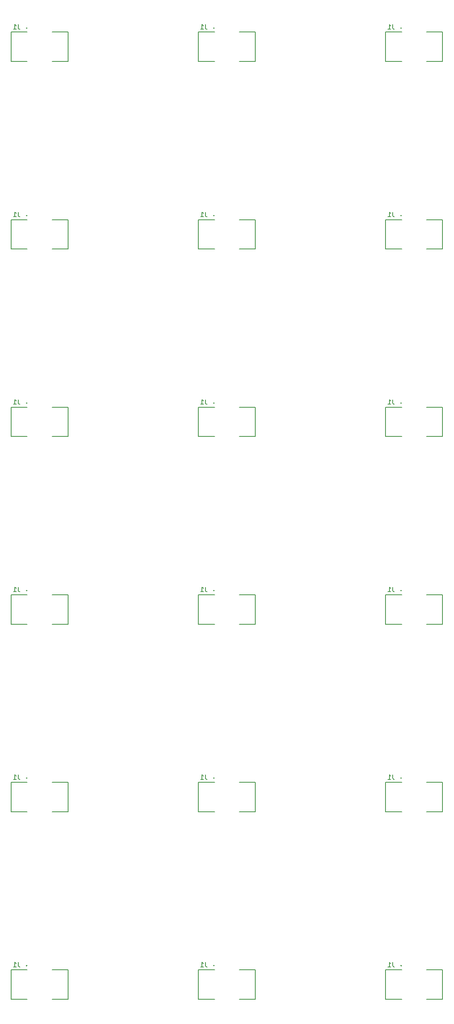
<source format=gbr>
G04 -- output software:jlccam v1.3.0 *
G04 -- dbname:*
G04 -- stepname:set*
G04 -- layer:bo*
*
G04 -- format*
%FSLAX26Y26*%
%MOIN*%
*
G04 -- apertures*
%ADD10C,0.005904*%
%ADD11C,0.007874*%
%ADD12C,0.197096*%
%ADD13R,0.035669X0.090787*%
%ADD14C,0.061190*%
%ADD15C,0.127166*%
%ADD16C,0.054332*%
%ADD17C,0.014958*%
%ADD18C,0.044096*%
%ADD19C,0.018898*%
%ADD20C,0.031496*%
%ADD21C,0.108268*%
%ADD22C,0.033464*%
%ADD23C,0.049292*%
*
G75*
G90*
*
G54D10*
%LPD*%
G01*
D10*
X989479Y1525093D02*
Y1496972D01*
X991354Y1491347D01*
X995103Y1487598D01*
X1000728Y1485723D01*
X1004477D01*
X950109D02*
X972606D01*
X961358D02*
Y1525093D01*
X965107Y1519469D01*
X968857Y1515719D01*
X972606Y1513845D01*
D11*
X931080Y1461614D02*
Y1215551D01*
Y1461614D02*
X1064938D01*
X931080Y1215551D02*
X1064938D01*
X1273600Y1461614D02*
X1407458D01*
X1273600Y1215551D02*
X1407458D01*
Y1461614D01*
X1063757Y1495275D02*
G03Y1495275I-3936D01*
G01*
D10*
X989479Y3092022D02*
Y3063901D01*
X991354Y3058276D01*
X995103Y3054527D01*
X1000728Y3052652D01*
X1004477D01*
X950109D02*
X972606D01*
X961358D02*
Y3092022D01*
X965107Y3086398D01*
X968857Y3082648D01*
X972606Y3080774D01*
D11*
X931080Y3028543D02*
Y2782480D01*
Y3028543D02*
X1064938D01*
X931080Y2782480D02*
X1064938D01*
X1273600Y3028543D02*
X1407458D01*
X1273600Y2782480D02*
X1407458D01*
Y3028543D01*
X1063757Y3062204D02*
G03Y3062204I-3936D01*
G01*
D10*
X989479Y4658951D02*
Y4630830D01*
X991354Y4625205D01*
X995103Y4621456D01*
X1000728Y4619581D01*
X1004477D01*
X950109D02*
X972606D01*
X961358D02*
Y4658951D01*
X965107Y4653327D01*
X968857Y4649577D01*
X972606Y4647703D01*
D11*
X931080Y4595472D02*
Y4349409D01*
Y4595472D02*
X1064938D01*
X931080Y4349409D02*
X1064938D01*
X1273600Y4595472D02*
X1407458D01*
X1273600Y4349409D02*
X1407458D01*
Y4595472D01*
X1063757Y4629133D02*
G03Y4629133I-3936D01*
G01*
D10*
X989479Y6225880D02*
Y6197759D01*
X991354Y6192134D01*
X995103Y6188385D01*
X1000728Y6186510D01*
X1004477D01*
X950109D02*
X972606D01*
X961358D02*
Y6225880D01*
X965107Y6220256D01*
X968857Y6216506D01*
X972606Y6214632D01*
D11*
X931080Y6162401D02*
Y5916338D01*
Y6162401D02*
X1064938D01*
X931080Y5916338D02*
X1064938D01*
X1273600Y6162401D02*
X1407458D01*
X1273600Y5916338D02*
X1407458D01*
Y6162401D01*
X1063757Y6196062D02*
G03Y6196062I-3936D01*
G01*
D10*
X989479Y7792809D02*
Y7764688D01*
X991354Y7759063D01*
X995103Y7755314D01*
X1000728Y7753439D01*
X1004477D01*
X950109D02*
X972606D01*
X961358D02*
Y7792809D01*
X965107Y7787185D01*
X968857Y7783435D01*
X972606Y7781561D01*
D11*
X931080Y7729330D02*
Y7483267D01*
Y7729330D02*
X1064938D01*
X931080Y7483267D02*
X1064938D01*
X1273600Y7729330D02*
X1407458D01*
X1273600Y7483267D02*
X1407458D01*
Y7729330D01*
X1063757Y7762991D02*
G03Y7762991I-3936D01*
G01*
D10*
X989479Y9359738D02*
Y9331617D01*
X991354Y9325992D01*
X995103Y9322243D01*
X1000728Y9320368D01*
X1004477D01*
X950109D02*
X972606D01*
X961358D02*
Y9359738D01*
X965107Y9354114D01*
X968857Y9350364D01*
X972606Y9348490D01*
D11*
X931080Y9296259D02*
Y9050196D01*
Y9296259D02*
X1064938D01*
X931080Y9050196D02*
X1064938D01*
X1273600Y9296259D02*
X1407458D01*
X1273600Y9050196D02*
X1407458D01*
Y9296259D01*
X1063757Y9329920D02*
G03Y9329920I-3936D01*
G01*
D10*
X2556386Y1525093D02*
Y1496972D01*
X2558261Y1491347D01*
X2562010Y1487598D01*
X2567635Y1485723D01*
X2571384D01*
X2517016D02*
X2539513D01*
X2528265D02*
Y1525093D01*
X2532014Y1519469D01*
X2535764Y1515719D01*
X2539513Y1513845D01*
D11*
X2497987Y1461614D02*
Y1215551D01*
Y1461614D02*
X2631845D01*
X2497987Y1215551D02*
X2631845D01*
X2840507Y1461614D02*
X2974365D01*
X2840507Y1215551D02*
X2974365D01*
Y1461614D01*
X2630664Y1495275D02*
G03Y1495275I-3936D01*
G01*
D10*
X2556386Y3092022D02*
Y3063901D01*
X2558261Y3058276D01*
X2562010Y3054527D01*
X2567635Y3052652D01*
X2571384D01*
X2517016D02*
X2539513D01*
X2528265D02*
Y3092022D01*
X2532014Y3086398D01*
X2535764Y3082648D01*
X2539513Y3080774D01*
D11*
X2497987Y3028543D02*
Y2782480D01*
Y3028543D02*
X2631845D01*
X2497987Y2782480D02*
X2631845D01*
X2840507Y3028543D02*
X2974365D01*
X2840507Y2782480D02*
X2974365D01*
Y3028543D01*
X2630664Y3062204D02*
G03Y3062204I-3936D01*
G01*
D10*
X2556386Y4658951D02*
Y4630830D01*
X2558261Y4625205D01*
X2562010Y4621456D01*
X2567635Y4619581D01*
X2571384D01*
X2517016D02*
X2539513D01*
X2528265D02*
Y4658951D01*
X2532014Y4653327D01*
X2535764Y4649577D01*
X2539513Y4647703D01*
D11*
X2497987Y4595472D02*
Y4349409D01*
Y4595472D02*
X2631845D01*
X2497987Y4349409D02*
X2631845D01*
X2840507Y4595472D02*
X2974365D01*
X2840507Y4349409D02*
X2974365D01*
Y4595472D01*
X2630664Y4629133D02*
G03Y4629133I-3936D01*
G01*
D10*
X2556386Y6225880D02*
Y6197759D01*
X2558261Y6192134D01*
X2562010Y6188385D01*
X2567635Y6186510D01*
X2571384D01*
X2517016D02*
X2539513D01*
X2528265D02*
Y6225880D01*
X2532014Y6220256D01*
X2535764Y6216506D01*
X2539513Y6214632D01*
D11*
X2497987Y6162401D02*
Y5916338D01*
Y6162401D02*
X2631845D01*
X2497987Y5916338D02*
X2631845D01*
X2840507Y6162401D02*
X2974365D01*
X2840507Y5916338D02*
X2974365D01*
Y6162401D01*
X2630664Y6196062D02*
G03Y6196062I-3936D01*
G01*
D10*
X2556386Y7792809D02*
Y7764688D01*
X2558261Y7759063D01*
X2562010Y7755314D01*
X2567635Y7753439D01*
X2571384D01*
X2517016D02*
X2539513D01*
X2528265D02*
Y7792809D01*
X2532014Y7787185D01*
X2535764Y7783435D01*
X2539513Y7781561D01*
D11*
X2497987Y7729330D02*
Y7483267D01*
Y7729330D02*
X2631845D01*
X2497987Y7483267D02*
X2631845D01*
X2840507Y7729330D02*
X2974365D01*
X2840507Y7483267D02*
X2974365D01*
Y7729330D01*
X2630664Y7762991D02*
G03Y7762991I-3936D01*
G01*
D10*
X2556386Y9359738D02*
Y9331617D01*
X2558261Y9325992D01*
X2562010Y9322243D01*
X2567635Y9320368D01*
X2571384D01*
X2517016D02*
X2539513D01*
X2528265D02*
Y9359738D01*
X2532014Y9354114D01*
X2535764Y9350364D01*
X2539513Y9348490D01*
D11*
X2497987Y9296259D02*
Y9050196D01*
Y9296259D02*
X2631845D01*
X2497987Y9050196D02*
X2631845D01*
X2840507Y9296259D02*
X2974365D01*
X2840507Y9050196D02*
X2974365D01*
Y9296259D01*
X2630664Y9329920D02*
G03Y9329920I-3936D01*
G01*
D10*
X4123293Y1525093D02*
Y1496972D01*
X4125168Y1491347D01*
X4128917Y1487598D01*
X4134542Y1485723D01*
X4138291D01*
X4083923D02*
X4106420D01*
X4095172D02*
Y1525093D01*
X4098921Y1519469D01*
X4102671Y1515719D01*
X4106420Y1513845D01*
D11*
X4064894Y1461614D02*
Y1215551D01*
Y1461614D02*
X4198752D01*
X4064894Y1215551D02*
X4198752D01*
X4407414Y1461614D02*
X4541272D01*
X4407414Y1215551D02*
X4541272D01*
Y1461614D01*
X4197571Y1495275D02*
G03Y1495275I-3936D01*
G01*
D10*
X4123293Y3092022D02*
Y3063901D01*
X4125168Y3058276D01*
X4128917Y3054527D01*
X4134542Y3052652D01*
X4138291D01*
X4083923D02*
X4106420D01*
X4095172D02*
Y3092022D01*
X4098921Y3086398D01*
X4102671Y3082648D01*
X4106420Y3080774D01*
D11*
X4064894Y3028543D02*
Y2782480D01*
Y3028543D02*
X4198752D01*
X4064894Y2782480D02*
X4198752D01*
X4407414Y3028543D02*
X4541272D01*
X4407414Y2782480D02*
X4541272D01*
Y3028543D01*
X4197571Y3062204D02*
G03Y3062204I-3936D01*
G01*
D10*
X4123293Y4658951D02*
Y4630830D01*
X4125168Y4625205D01*
X4128917Y4621456D01*
X4134542Y4619581D01*
X4138291D01*
X4083923D02*
X4106420D01*
X4095172D02*
Y4658951D01*
X4098921Y4653327D01*
X4102671Y4649577D01*
X4106420Y4647703D01*
D11*
X4064894Y4595472D02*
Y4349409D01*
Y4595472D02*
X4198752D01*
X4064894Y4349409D02*
X4198752D01*
X4407414Y4595472D02*
X4541272D01*
X4407414Y4349409D02*
X4541272D01*
Y4595472D01*
X4197571Y4629133D02*
G03Y4629133I-3936D01*
G01*
D10*
X4123293Y6225880D02*
Y6197759D01*
X4125168Y6192134D01*
X4128917Y6188385D01*
X4134542Y6186510D01*
X4138291D01*
X4083923D02*
X4106420D01*
X4095172D02*
Y6225880D01*
X4098921Y6220256D01*
X4102671Y6216506D01*
X4106420Y6214632D01*
D11*
X4064894Y6162401D02*
Y5916338D01*
Y6162401D02*
X4198752D01*
X4064894Y5916338D02*
X4198752D01*
X4407414Y6162401D02*
X4541272D01*
X4407414Y5916338D02*
X4541272D01*
Y6162401D01*
X4197571Y6196062D02*
G03Y6196062I-3936D01*
G01*
D10*
X4123293Y7792809D02*
Y7764688D01*
X4125168Y7759063D01*
X4128917Y7755314D01*
X4134542Y7753439D01*
X4138291D01*
X4083923D02*
X4106420D01*
X4095172D02*
Y7792809D01*
X4098921Y7787185D01*
X4102671Y7783435D01*
X4106420Y7781561D01*
D11*
X4064894Y7729330D02*
Y7483267D01*
Y7729330D02*
X4198752D01*
X4064894Y7483267D02*
X4198752D01*
X4407414Y7729330D02*
X4541272D01*
X4407414Y7483267D02*
X4541272D01*
Y7729330D01*
X4197571Y7762991D02*
G03Y7762991I-3936D01*
G01*
D10*
X4123293Y9359738D02*
Y9331617D01*
X4125168Y9325992D01*
X4128917Y9322243D01*
X4134542Y9320368D01*
X4138291D01*
X4083923D02*
X4106420D01*
X4095172D02*
Y9359738D01*
X4098921Y9354114D01*
X4102671Y9350364D01*
X4106420Y9348490D01*
D11*
X4064894Y9296259D02*
Y9050196D01*
Y9296259D02*
X4198752D01*
X4064894Y9050196D02*
X4198752D01*
X4407414Y9296259D02*
X4541272D01*
X4407414Y9050196D02*
X4541272D01*
Y9296259D01*
X4197571Y9329920D02*
G03Y9329920I-3936D01*
%LPC*%
D12*
X601186Y257874D03*
D13*
X1090527Y1199801D03*
X1129897Y1477360D03*
Y1199801D03*
X1169267Y1477360D03*
Y1199801D03*
X1208637Y1477360D03*
Y1199801D03*
X1248007Y1477360D03*
Y1199801D03*
D14*
X1041316Y1318897D03*
X1297222D03*
D15*
X472419Y78740D03*
X1811001Y1456692D03*
X472419D03*
D16*
X982279Y1423200D03*
X1356279D03*
D17*
X1554938Y462598D02*
G03Y462598I-374014D01*
X472419Y1566929D02*
G03X393679Y1488188J-78740D01*
X1881867Y0D02*
G03X1960608Y78740J78740D01*
X393679D02*
G03X472419Y0I78740D01*
D18*
X1356277Y1423228D03*
D17*
X1960608Y1488188D02*
G03X1881867Y1566929I-78740D01*
D13*
X1090527Y1477360D03*
D18*
X982261Y1423228D03*
G01*
D17*
X393679Y1488188D02*
Y78740D01*
D12*
X1761001Y257874D03*
D19*
X507079Y487800D03*
X771679Y1183100D03*
D17*
X1881867Y1566929D02*
X472419D01*
X1960608Y78740D02*
Y1488188D01*
D19*
X696779Y602400D03*
X944879Y1183100D03*
X984279Y921300D03*
X858279Y1180600D03*
X1362179Y1187500D03*
X1456679Y1185000D03*
X1551179D03*
X1842279Y497800D03*
D17*
X472419Y0D02*
X1881867D01*
D20*
X1041279Y1318900D03*
X1297179D03*
D21*
X601179Y257900D03*
X1760979D03*
D22*
X982279Y1423200D03*
X1356279D03*
D12*
X601186Y1824803D03*
D13*
X1090527Y2766730D03*
X1129897Y3044289D03*
Y2766730D03*
X1169267Y3044289D03*
Y2766730D03*
X1208637Y3044289D03*
Y2766730D03*
X1248007Y3044289D03*
Y2766730D03*
D14*
X1041316Y2885826D03*
X1297222D03*
D15*
X472419Y1645669D03*
X1811001Y3023621D03*
X472419D03*
D16*
X982279Y2990129D03*
X1356279D03*
D17*
X1554938Y2029527D02*
G03Y2029527I-374014D01*
X472419Y3133858D02*
G03X393679Y3055117J-78740D01*
X1881867Y1566929D02*
G03X1960608Y1645669J78740D01*
X393679D02*
G03X472419Y1566929I78740D01*
D18*
X1356277Y2990157D03*
D17*
X1960608Y3055117D02*
G03X1881867Y3133858I-78740D01*
D13*
X1090527Y3044289D03*
D18*
X982261Y2990157D03*
G01*
D17*
X393679Y3055117D02*
Y1645669D01*
D12*
X1761001Y1824803D03*
D19*
X507079Y2054729D03*
X771679Y2750029D03*
D17*
X1881867Y3133858D02*
X472419D01*
X1960608Y1645669D02*
Y3055117D01*
D19*
X696779Y2169329D03*
X944879Y2750029D03*
X984279Y2488229D03*
X858279Y2747529D03*
X1362179Y2754429D03*
X1456679Y2751929D03*
X1551179D03*
X1842279Y2064729D03*
D17*
X472419Y1566929D02*
X1881867D01*
D20*
X1041279Y2885829D03*
X1297179D03*
D21*
X601179Y1824829D03*
X1760979D03*
D22*
X982279Y2990129D03*
X1356279D03*
D12*
X601186Y3391732D03*
D13*
X1090527Y4333659D03*
X1129897Y4611218D03*
Y4333659D03*
X1169267Y4611218D03*
Y4333659D03*
X1208637Y4611218D03*
Y4333659D03*
X1248007Y4611218D03*
Y4333659D03*
D14*
X1041316Y4452755D03*
X1297222D03*
D15*
X472419Y3212598D03*
X1811001Y4590550D03*
X472419D03*
D16*
X982279Y4557058D03*
X1356279D03*
D17*
X1554938Y3596456D02*
G03Y3596456I-374014D01*
X472419Y4700787D02*
G03X393679Y4622046J-78740D01*
X1881867Y3133858D02*
G03X1960608Y3212598J78740D01*
X393679D02*
G03X472419Y3133858I78740D01*
D18*
X1356277Y4557086D03*
D17*
X1960608Y4622046D02*
G03X1881867Y4700787I-78740D01*
D13*
X1090527Y4611218D03*
D18*
X982261Y4557086D03*
G01*
D17*
X393679Y4622046D02*
Y3212598D01*
D12*
X1761001Y3391732D03*
D19*
X507079Y3621658D03*
X771679Y4316958D03*
D17*
X1881867Y4700787D02*
X472419D01*
X1960608Y3212598D02*
Y4622046D01*
D19*
X696779Y3736258D03*
X944879Y4316958D03*
X984279Y4055158D03*
X858279Y4314458D03*
X1362179Y4321358D03*
X1456679Y4318858D03*
X1551179D03*
X1842279Y3631658D03*
D17*
X472419Y3133858D02*
X1881867D01*
D20*
X1041279Y4452758D03*
X1297179D03*
D21*
X601179Y3391758D03*
X1760979D03*
D22*
X982279Y4557058D03*
X1356279D03*
D12*
X601186Y4958661D03*
D13*
X1090527Y5900588D03*
X1129897Y6178147D03*
Y5900588D03*
X1169267Y6178147D03*
Y5900588D03*
X1208637Y6178147D03*
Y5900588D03*
X1248007Y6178147D03*
Y5900588D03*
D14*
X1041316Y6019684D03*
X1297222D03*
D15*
X472419Y4779527D03*
X1811001Y6157479D03*
X472419D03*
D16*
X982279Y6123987D03*
X1356279D03*
D17*
X1554938Y5163385D02*
G03Y5163385I-374014D01*
X472419Y6267716D02*
G03X393679Y6188975J-78740D01*
X1881867Y4700787D02*
G03X1960608Y4779527J78740D01*
X393679D02*
G03X472419Y4700787I78740D01*
D18*
X1356277Y6124015D03*
D17*
X1960608Y6188975D02*
G03X1881867Y6267716I-78740D01*
D13*
X1090527Y6178147D03*
D18*
X982261Y6124015D03*
G01*
D17*
X393679Y6188975D02*
Y4779527D01*
D12*
X1761001Y4958661D03*
D19*
X507079Y5188587D03*
X771679Y5883887D03*
D17*
X1881867Y6267716D02*
X472419D01*
X1960608Y4779527D02*
Y6188975D01*
D19*
X696779Y5303187D03*
X944879Y5883887D03*
X984279Y5622087D03*
X858279Y5881387D03*
X1362179Y5888287D03*
X1456679Y5885787D03*
X1551179D03*
X1842279Y5198587D03*
D17*
X472419Y4700787D02*
X1881867D01*
D20*
X1041279Y6019687D03*
X1297179D03*
D21*
X601179Y4958687D03*
X1760979D03*
D22*
X982279Y6123987D03*
X1356279D03*
D12*
X601186Y6525590D03*
D13*
X1090527Y7467517D03*
X1129897Y7745076D03*
Y7467517D03*
X1169267Y7745076D03*
Y7467517D03*
X1208637Y7745076D03*
Y7467517D03*
X1248007Y7745076D03*
Y7467517D03*
D14*
X1041316Y7586613D03*
X1297222D03*
D15*
X472419Y6346456D03*
X1811001Y7724408D03*
X472419D03*
D16*
X982279Y7690916D03*
X1356279D03*
D17*
X1554938Y6730314D02*
G03Y6730314I-374014D01*
X472419Y7834645D02*
G03X393679Y7755904J-78740D01*
X1881867Y6267716D02*
G03X1960608Y6346456J78740D01*
X393679D02*
G03X472419Y6267716I78740D01*
D18*
X1356277Y7690944D03*
D17*
X1960608Y7755904D02*
G03X1881867Y7834645I-78740D01*
D13*
X1090527Y7745076D03*
D18*
X982261Y7690944D03*
G01*
D17*
X393679Y7755904D02*
Y6346456D01*
D12*
X1761001Y6525590D03*
D19*
X507079Y6755516D03*
X771679Y7450816D03*
D17*
X1881867Y7834645D02*
X472419D01*
X1960608Y6346456D02*
Y7755904D01*
D19*
X696779Y6870116D03*
X944879Y7450816D03*
X984279Y7189016D03*
X858279Y7448316D03*
X1362179Y7455216D03*
X1456679Y7452716D03*
X1551179D03*
X1842279Y6765516D03*
D17*
X472419Y6267716D02*
X1881867D01*
D20*
X1041279Y7586616D03*
X1297179D03*
D21*
X601179Y6525616D03*
X1760979D03*
D22*
X982279Y7690916D03*
X1356279D03*
D12*
X601186Y8092519D03*
D13*
X1090527Y9034446D03*
X1129897Y9312005D03*
Y9034446D03*
X1169267Y9312005D03*
Y9034446D03*
X1208637Y9312005D03*
Y9034446D03*
X1248007Y9312005D03*
Y9034446D03*
D14*
X1041316Y9153542D03*
X1297222D03*
D15*
X472419Y7913385D03*
X1811001Y9291337D03*
X472419D03*
D16*
X982279Y9257845D03*
X1356279D03*
D17*
X1554938Y8297243D02*
G03Y8297243I-374014D01*
X472419Y9401574D02*
G03X393679Y9322833J-78740D01*
X1881867Y7834645D02*
G03X1960608Y7913385J78740D01*
X393679D02*
G03X472419Y7834645I78740D01*
D18*
X1356277Y9257873D03*
D17*
X1960608Y9322833D02*
G03X1881867Y9401574I-78740D01*
D13*
X1090527Y9312005D03*
D18*
X982261Y9257873D03*
G01*
D17*
X393679Y9322833D02*
Y7913385D01*
D12*
X1761001Y8092519D03*
D19*
X507079Y8322445D03*
X771679Y9017745D03*
D17*
X1881867Y9401574D02*
X472419D01*
X1960608Y7913385D02*
Y9322833D01*
D19*
X696779Y8437045D03*
X944879Y9017745D03*
X984279Y8755945D03*
X858279Y9015245D03*
X1362179Y9022145D03*
X1456679Y9019645D03*
X1551179D03*
X1842279Y8332445D03*
D17*
X472419Y7834645D02*
X1881867D01*
D20*
X1041279Y9153545D03*
X1297179D03*
D21*
X601179Y8092545D03*
X1760979D03*
D22*
X982279Y9257845D03*
X1356279D03*
D12*
X2168093Y257874D03*
D13*
X2657434Y1199801D03*
X2696804Y1477360D03*
Y1199801D03*
X2736174Y1477360D03*
Y1199801D03*
X2775544Y1477360D03*
Y1199801D03*
X2814914Y1477360D03*
Y1199801D03*
D14*
X2608223Y1318897D03*
X2864129D03*
D15*
X2039326Y78740D03*
X3377908Y1456692D03*
X2039326D03*
D16*
X2549186Y1423200D03*
X2923186D03*
D17*
X3121845Y462598D02*
G03Y462598I-374014D01*
X2039326Y1566929D02*
G03X1960586Y1488188J-78740D01*
X3448774Y0D02*
G03X3527515Y78740J78740D01*
X1960586D02*
G03X2039326Y0I78740D01*
D18*
X2923184Y1423228D03*
D17*
X3527515Y1488188D02*
G03X3448774Y1566929I-78740D01*
D13*
X2657434Y1477360D03*
D18*
X2549168Y1423228D03*
G01*
D17*
X1960586Y1488188D02*
Y78740D01*
D12*
X3327908Y257874D03*
D19*
X2073986Y487800D03*
X2338586Y1183100D03*
D17*
X3448774Y1566929D02*
X2039326D01*
X3527515Y78740D02*
Y1488188D01*
D19*
X2263686Y602400D03*
X2511786Y1183100D03*
X2551186Y921300D03*
X2425186Y1180600D03*
X2929086Y1187500D03*
X3023586Y1185000D03*
X3118086D03*
X3409186Y497800D03*
D17*
X2039326Y0D02*
X3448774D01*
D20*
X2608186Y1318900D03*
X2864086D03*
D21*
X2168086Y257900D03*
X3327886D03*
D22*
X2549186Y1423200D03*
X2923186D03*
D12*
X2168093Y1824803D03*
D13*
X2657434Y2766730D03*
X2696804Y3044289D03*
Y2766730D03*
X2736174Y3044289D03*
Y2766730D03*
X2775544Y3044289D03*
Y2766730D03*
X2814914Y3044289D03*
Y2766730D03*
D14*
X2608223Y2885826D03*
X2864129D03*
D15*
X2039326Y1645669D03*
X3377908Y3023621D03*
X2039326D03*
D16*
X2549186Y2990129D03*
X2923186D03*
D17*
X3121845Y2029527D02*
G03Y2029527I-374014D01*
X2039326Y3133858D02*
G03X1960586Y3055117J-78740D01*
X3448774Y1566929D02*
G03X3527515Y1645669J78740D01*
X1960586D02*
G03X2039326Y1566929I78740D01*
D18*
X2923184Y2990157D03*
D17*
X3527515Y3055117D02*
G03X3448774Y3133858I-78740D01*
D13*
X2657434Y3044289D03*
D18*
X2549168Y2990157D03*
G01*
D17*
X1960586Y3055117D02*
Y1645669D01*
D12*
X3327908Y1824803D03*
D19*
X2073986Y2054729D03*
X2338586Y2750029D03*
D17*
X3448774Y3133858D02*
X2039326D01*
X3527515Y1645669D02*
Y3055117D01*
D19*
X2263686Y2169329D03*
X2511786Y2750029D03*
X2551186Y2488229D03*
X2425186Y2747529D03*
X2929086Y2754429D03*
X3023586Y2751929D03*
X3118086D03*
X3409186Y2064729D03*
D17*
X2039326Y1566929D02*
X3448774D01*
D20*
X2608186Y2885829D03*
X2864086D03*
D21*
X2168086Y1824829D03*
X3327886D03*
D22*
X2549186Y2990129D03*
X2923186D03*
D12*
X2168093Y3391732D03*
D13*
X2657434Y4333659D03*
X2696804Y4611218D03*
Y4333659D03*
X2736174Y4611218D03*
Y4333659D03*
X2775544Y4611218D03*
Y4333659D03*
X2814914Y4611218D03*
Y4333659D03*
D14*
X2608223Y4452755D03*
X2864129D03*
D15*
X2039326Y3212598D03*
X3377908Y4590550D03*
X2039326D03*
D16*
X2549186Y4557058D03*
X2923186D03*
D17*
X3121845Y3596456D02*
G03Y3596456I-374014D01*
X2039326Y4700787D02*
G03X1960586Y4622046J-78740D01*
X3448774Y3133858D02*
G03X3527515Y3212598J78740D01*
X1960586D02*
G03X2039326Y3133858I78740D01*
D18*
X2923184Y4557086D03*
D17*
X3527515Y4622046D02*
G03X3448774Y4700787I-78740D01*
D13*
X2657434Y4611218D03*
D18*
X2549168Y4557086D03*
G01*
D17*
X1960586Y4622046D02*
Y3212598D01*
D12*
X3327908Y3391732D03*
D19*
X2073986Y3621658D03*
X2338586Y4316958D03*
D17*
X3448774Y4700787D02*
X2039326D01*
X3527515Y3212598D02*
Y4622046D01*
D19*
X2263686Y3736258D03*
X2511786Y4316958D03*
X2551186Y4055158D03*
X2425186Y4314458D03*
X2929086Y4321358D03*
X3023586Y4318858D03*
X3118086D03*
X3409186Y3631658D03*
D17*
X2039326Y3133858D02*
X3448774D01*
D20*
X2608186Y4452758D03*
X2864086D03*
D21*
X2168086Y3391758D03*
X3327886D03*
D22*
X2549186Y4557058D03*
X2923186D03*
D12*
X2168093Y4958661D03*
D13*
X2657434Y5900588D03*
X2696804Y6178147D03*
Y5900588D03*
X2736174Y6178147D03*
Y5900588D03*
X2775544Y6178147D03*
Y5900588D03*
X2814914Y6178147D03*
Y5900588D03*
D14*
X2608223Y6019684D03*
X2864129D03*
D15*
X2039326Y4779527D03*
X3377908Y6157479D03*
X2039326D03*
D16*
X2549186Y6123987D03*
X2923186D03*
D17*
X3121845Y5163385D02*
G03Y5163385I-374014D01*
X2039326Y6267716D02*
G03X1960586Y6188975J-78740D01*
X3448774Y4700787D02*
G03X3527515Y4779527J78740D01*
X1960586D02*
G03X2039326Y4700787I78740D01*
D18*
X2923184Y6124015D03*
D17*
X3527515Y6188975D02*
G03X3448774Y6267716I-78740D01*
D13*
X2657434Y6178147D03*
D18*
X2549168Y6124015D03*
G01*
D17*
X1960586Y6188975D02*
Y4779527D01*
D12*
X3327908Y4958661D03*
D19*
X2073986Y5188587D03*
X2338586Y5883887D03*
D17*
X3448774Y6267716D02*
X2039326D01*
X3527515Y4779527D02*
Y6188975D01*
D19*
X2263686Y5303187D03*
X2511786Y5883887D03*
X2551186Y5622087D03*
X2425186Y5881387D03*
X2929086Y5888287D03*
X3023586Y5885787D03*
X3118086D03*
X3409186Y5198587D03*
D17*
X2039326Y4700787D02*
X3448774D01*
D20*
X2608186Y6019687D03*
X2864086D03*
D21*
X2168086Y4958687D03*
X3327886D03*
D22*
X2549186Y6123987D03*
X2923186D03*
D12*
X2168093Y6525590D03*
D13*
X2657434Y7467517D03*
X2696804Y7745076D03*
Y7467517D03*
X2736174Y7745076D03*
Y7467517D03*
X2775544Y7745076D03*
Y7467517D03*
X2814914Y7745076D03*
Y7467517D03*
D14*
X2608223Y7586613D03*
X2864129D03*
D15*
X2039326Y6346456D03*
X3377908Y7724408D03*
X2039326D03*
D16*
X2549186Y7690916D03*
X2923186D03*
D17*
X3121845Y6730314D02*
G03Y6730314I-374014D01*
X2039326Y7834645D02*
G03X1960586Y7755904J-78740D01*
X3448774Y6267716D02*
G03X3527515Y6346456J78740D01*
X1960586D02*
G03X2039326Y6267716I78740D01*
D18*
X2923184Y7690944D03*
D17*
X3527515Y7755904D02*
G03X3448774Y7834645I-78740D01*
D13*
X2657434Y7745076D03*
D18*
X2549168Y7690944D03*
G01*
D17*
X1960586Y7755904D02*
Y6346456D01*
D12*
X3327908Y6525590D03*
D19*
X2073986Y6755516D03*
X2338586Y7450816D03*
D17*
X3448774Y7834645D02*
X2039326D01*
X3527515Y6346456D02*
Y7755904D01*
D19*
X2263686Y6870116D03*
X2511786Y7450816D03*
X2551186Y7189016D03*
X2425186Y7448316D03*
X2929086Y7455216D03*
X3023586Y7452716D03*
X3118086D03*
X3409186Y6765516D03*
D17*
X2039326Y6267716D02*
X3448774D01*
D20*
X2608186Y7586616D03*
X2864086D03*
D21*
X2168086Y6525616D03*
X3327886D03*
D22*
X2549186Y7690916D03*
X2923186D03*
D12*
X2168093Y8092519D03*
D13*
X2657434Y9034446D03*
X2696804Y9312005D03*
Y9034446D03*
X2736174Y9312005D03*
Y9034446D03*
X2775544Y9312005D03*
Y9034446D03*
X2814914Y9312005D03*
Y9034446D03*
D14*
X2608223Y9153542D03*
X2864129D03*
D15*
X2039326Y7913385D03*
X3377908Y9291337D03*
X2039326D03*
D16*
X2549186Y9257845D03*
X2923186D03*
D17*
X3121845Y8297243D02*
G03Y8297243I-374014D01*
X2039326Y9401574D02*
G03X1960586Y9322833J-78740D01*
X3448774Y7834645D02*
G03X3527515Y7913385J78740D01*
X1960586D02*
G03X2039326Y7834645I78740D01*
D18*
X2923184Y9257873D03*
D17*
X3527515Y9322833D02*
G03X3448774Y9401574I-78740D01*
D13*
X2657434Y9312005D03*
D18*
X2549168Y9257873D03*
G01*
D17*
X1960586Y9322833D02*
Y7913385D01*
D12*
X3327908Y8092519D03*
D19*
X2073986Y8322445D03*
X2338586Y9017745D03*
D17*
X3448774Y9401574D02*
X2039326D01*
X3527515Y7913385D02*
Y9322833D01*
D19*
X2263686Y8437045D03*
X2511786Y9017745D03*
X2551186Y8755945D03*
X2425186Y9015245D03*
X2929086Y9022145D03*
X3023586Y9019645D03*
X3118086D03*
X3409186Y8332445D03*
D17*
X2039326Y7834645D02*
X3448774D01*
D20*
X2608186Y9153545D03*
X2864086D03*
D21*
X2168086Y8092545D03*
X3327886D03*
D22*
X2549186Y9257845D03*
X2923186D03*
D12*
X3735000Y257874D03*
D13*
X4224341Y1199801D03*
X4263711Y1477360D03*
Y1199801D03*
X4303081Y1477360D03*
Y1199801D03*
X4342451Y1477360D03*
Y1199801D03*
X4381821Y1477360D03*
Y1199801D03*
D14*
X4175130Y1318897D03*
X4431036D03*
D15*
X3606233Y78740D03*
X4944815Y1456692D03*
X3606233D03*
D16*
X4116093Y1423200D03*
X4490093D03*
D17*
X4688752Y462598D02*
G03Y462598I-374014D01*
X3606233Y1566929D02*
G03X3527493Y1488188J-78740D01*
X5015681Y0D02*
G03X5094422Y78740J78740D01*
X3527493D02*
G03X3606233Y0I78740D01*
D18*
X4490091Y1423228D03*
D17*
X5094422Y1488188D02*
G03X5015681Y1566929I-78740D01*
D13*
X4224341Y1477360D03*
D18*
X4116075Y1423228D03*
G01*
D17*
X3527493Y1488188D02*
Y78740D01*
D12*
X4894815Y257874D03*
D19*
X3640893Y487800D03*
X3905493Y1183100D03*
D17*
X5015681Y1566929D02*
X3606233D01*
X5094422Y78740D02*
Y1488188D01*
D19*
X3830593Y602400D03*
X4078693Y1183100D03*
X4118093Y921300D03*
X3992093Y1180600D03*
X4495993Y1187500D03*
X4590493Y1185000D03*
X4684993D03*
X4976093Y497800D03*
D17*
X3606233Y0D02*
X5015681D01*
D20*
X4175093Y1318900D03*
X4430993D03*
D21*
X3734993Y257900D03*
X4894793D03*
D22*
X4116093Y1423200D03*
X4490093D03*
D12*
X3735000Y1824803D03*
D13*
X4224341Y2766730D03*
X4263711Y3044289D03*
Y2766730D03*
X4303081Y3044289D03*
Y2766730D03*
X4342451Y3044289D03*
Y2766730D03*
X4381821Y3044289D03*
Y2766730D03*
D14*
X4175130Y2885826D03*
X4431036D03*
D15*
X3606233Y1645669D03*
X4944815Y3023621D03*
X3606233D03*
D16*
X4116093Y2990129D03*
X4490093D03*
D17*
X4688752Y2029527D02*
G03Y2029527I-374014D01*
X3606233Y3133858D02*
G03X3527493Y3055117J-78740D01*
X5015681Y1566929D02*
G03X5094422Y1645669J78740D01*
X3527493D02*
G03X3606233Y1566929I78740D01*
D18*
X4490091Y2990157D03*
D17*
X5094422Y3055117D02*
G03X5015681Y3133858I-78740D01*
D13*
X4224341Y3044289D03*
D18*
X4116075Y2990157D03*
G01*
D17*
X3527493Y3055117D02*
Y1645669D01*
D12*
X4894815Y1824803D03*
D19*
X3640893Y2054729D03*
X3905493Y2750029D03*
D17*
X5015681Y3133858D02*
X3606233D01*
X5094422Y1645669D02*
Y3055117D01*
D19*
X3830593Y2169329D03*
X4078693Y2750029D03*
X4118093Y2488229D03*
X3992093Y2747529D03*
X4495993Y2754429D03*
X4590493Y2751929D03*
X4684993D03*
X4976093Y2064729D03*
D17*
X3606233Y1566929D02*
X5015681D01*
D20*
X4175093Y2885829D03*
X4430993D03*
D21*
X3734993Y1824829D03*
X4894793D03*
D22*
X4116093Y2990129D03*
X4490093D03*
D12*
X3735000Y3391732D03*
D13*
X4224341Y4333659D03*
X4263711Y4611218D03*
Y4333659D03*
X4303081Y4611218D03*
Y4333659D03*
X4342451Y4611218D03*
Y4333659D03*
X4381821Y4611218D03*
Y4333659D03*
D14*
X4175130Y4452755D03*
X4431036D03*
D15*
X3606233Y3212598D03*
X4944815Y4590550D03*
X3606233D03*
D16*
X4116093Y4557058D03*
X4490093D03*
D17*
X4688752Y3596456D02*
G03Y3596456I-374014D01*
X3606233Y4700787D02*
G03X3527493Y4622046J-78740D01*
X5015681Y3133858D02*
G03X5094422Y3212598J78740D01*
X3527493D02*
G03X3606233Y3133858I78740D01*
D18*
X4490091Y4557086D03*
D17*
X5094422Y4622046D02*
G03X5015681Y4700787I-78740D01*
D13*
X4224341Y4611218D03*
D18*
X4116075Y4557086D03*
G01*
D17*
X3527493Y4622046D02*
Y3212598D01*
D12*
X4894815Y3391732D03*
D19*
X3640893Y3621658D03*
X3905493Y4316958D03*
D17*
X5015681Y4700787D02*
X3606233D01*
X5094422Y3212598D02*
Y4622046D01*
D19*
X3830593Y3736258D03*
X4078693Y4316958D03*
X4118093Y4055158D03*
X3992093Y4314458D03*
X4495993Y4321358D03*
X4590493Y4318858D03*
X4684993D03*
X4976093Y3631658D03*
D17*
X3606233Y3133858D02*
X5015681D01*
D20*
X4175093Y4452758D03*
X4430993D03*
D21*
X3734993Y3391758D03*
X4894793D03*
D22*
X4116093Y4557058D03*
X4490093D03*
D12*
X3735000Y4958661D03*
D13*
X4224341Y5900588D03*
X4263711Y6178147D03*
Y5900588D03*
X4303081Y6178147D03*
Y5900588D03*
X4342451Y6178147D03*
Y5900588D03*
X4381821Y6178147D03*
Y5900588D03*
D14*
X4175130Y6019684D03*
X4431036D03*
D15*
X3606233Y4779527D03*
X4944815Y6157479D03*
X3606233D03*
D16*
X4116093Y6123987D03*
X4490093D03*
D17*
X4688752Y5163385D02*
G03Y5163385I-374014D01*
X3606233Y6267716D02*
G03X3527493Y6188975J-78740D01*
X5015681Y4700787D02*
G03X5094422Y4779527J78740D01*
X3527493D02*
G03X3606233Y4700787I78740D01*
D18*
X4490091Y6124015D03*
D17*
X5094422Y6188975D02*
G03X5015681Y6267716I-78740D01*
D13*
X4224341Y6178147D03*
D18*
X4116075Y6124015D03*
G01*
D17*
X3527493Y6188975D02*
Y4779527D01*
D12*
X4894815Y4958661D03*
D19*
X3640893Y5188587D03*
X3905493Y5883887D03*
D17*
X5015681Y6267716D02*
X3606233D01*
X5094422Y4779527D02*
Y6188975D01*
D19*
X3830593Y5303187D03*
X4078693Y5883887D03*
X4118093Y5622087D03*
X3992093Y5881387D03*
X4495993Y5888287D03*
X4590493Y5885787D03*
X4684993D03*
X4976093Y5198587D03*
D17*
X3606233Y4700787D02*
X5015681D01*
D20*
X4175093Y6019687D03*
X4430993D03*
D21*
X3734993Y4958687D03*
X4894793D03*
D22*
X4116093Y6123987D03*
X4490093D03*
D12*
X3735000Y6525590D03*
D13*
X4224341Y7467517D03*
X4263711Y7745076D03*
Y7467517D03*
X4303081Y7745076D03*
Y7467517D03*
X4342451Y7745076D03*
Y7467517D03*
X4381821Y7745076D03*
Y7467517D03*
D14*
X4175130Y7586613D03*
X4431036D03*
D15*
X3606233Y6346456D03*
X4944815Y7724408D03*
X3606233D03*
D16*
X4116093Y7690916D03*
X4490093D03*
D17*
X4688752Y6730314D02*
G03Y6730314I-374014D01*
X3606233Y7834645D02*
G03X3527493Y7755904J-78740D01*
X5015681Y6267716D02*
G03X5094422Y6346456J78740D01*
X3527493D02*
G03X3606233Y6267716I78740D01*
D18*
X4490091Y7690944D03*
D17*
X5094422Y7755904D02*
G03X5015681Y7834645I-78740D01*
D13*
X4224341Y7745076D03*
D18*
X4116075Y7690944D03*
G01*
D17*
X3527493Y7755904D02*
Y6346456D01*
D12*
X4894815Y6525590D03*
D19*
X3640893Y6755516D03*
X3905493Y7450816D03*
D17*
X5015681Y7834645D02*
X3606233D01*
X5094422Y6346456D02*
Y7755904D01*
D19*
X3830593Y6870116D03*
X4078693Y7450816D03*
X4118093Y7189016D03*
X3992093Y7448316D03*
X4495993Y7455216D03*
X4590493Y7452716D03*
X4684993D03*
X4976093Y6765516D03*
D17*
X3606233Y6267716D02*
X5015681D01*
D20*
X4175093Y7586616D03*
X4430993D03*
D21*
X3734993Y6525616D03*
X4894793D03*
D22*
X4116093Y7690916D03*
X4490093D03*
D12*
X3735000Y8092519D03*
D13*
X4224341Y9034446D03*
X4263711Y9312005D03*
Y9034446D03*
X4303081Y9312005D03*
Y9034446D03*
X4342451Y9312005D03*
Y9034446D03*
X4381821Y9312005D03*
Y9034446D03*
D14*
X4175130Y9153542D03*
X4431036D03*
D15*
X3606233Y7913385D03*
X4944815Y9291337D03*
X3606233D03*
D16*
X4116093Y9257845D03*
X4490093D03*
D17*
X4688752Y8297243D02*
G03Y8297243I-374014D01*
X3606233Y9401574D02*
G03X3527493Y9322833J-78740D01*
X5015681Y7834645D02*
G03X5094422Y7913385J78740D01*
X3527493D02*
G03X3606233Y7834645I78740D01*
D18*
X4490091Y9257873D03*
D17*
X5094422Y9322833D02*
G03X5015681Y9401574I-78740D01*
D13*
X4224341Y9312005D03*
D18*
X4116075Y9257873D03*
G01*
D17*
X3527493Y9322833D02*
Y7913385D01*
D12*
X4894815Y8092519D03*
D19*
X3640893Y8322445D03*
X3905493Y9017745D03*
D17*
X5015681Y9401574D02*
X3606233D01*
X5094422Y7913385D02*
Y9322833D01*
D19*
X3830593Y8437045D03*
X4078693Y9017745D03*
X4118093Y8755945D03*
X3992093Y9015245D03*
X4495993Y9022145D03*
X4590493Y9019645D03*
X4684993D03*
X4976093Y8332445D03*
D17*
X3606233Y7834645D02*
X5015681D01*
D20*
X4175093Y9153545D03*
X4430993D03*
D21*
X3734993Y8092545D03*
X4894793D03*
D22*
X4116093Y9257845D03*
X4490093D03*
%LPC*%
D23*
X406530Y15282D03*
X1960594Y31977D03*
X3527501D03*
X5081585Y15192D03*
X5081584Y9386271D03*
X3527501Y9369595D03*
X1960594D03*
X406529Y9386400D03*
X5107255Y12834D03*
X5107254Y9388737D03*
X380860Y12834D03*
X381232Y9388723D03*
X1928608Y7834643D03*
X1960594Y7866622D03*
X1992580Y7834643D03*
X3495515D03*
X3527501Y7866622D03*
X3559487Y7834643D03*
X5081584Y7819334D03*
X5062422Y7834643D03*
X5081584Y7849836D03*
X406513Y7849945D03*
X425673Y7834643D03*
X406513Y7819454D03*
X1928608Y6267714D03*
X1960594Y6299693D03*
X1992580Y6267714D03*
X3495515D03*
X3527501Y6299693D03*
X3559487Y6267714D03*
X5081584Y6252405D03*
X5062422Y6267714D03*
X5081584Y6282907D03*
X406513Y6283016D03*
X425673Y6267714D03*
X406513Y6252525D03*
X1928608Y4700785D03*
X1960594Y4732764D03*
X1992580Y4700785D03*
X3495515D03*
X3527501Y4732764D03*
X3559487Y4700785D03*
X5081584Y4685476D03*
X5062422Y4700785D03*
X5081584Y4715978D03*
X406513Y4716087D03*
X425673Y4700785D03*
X406513Y4685596D03*
X3495515Y3133856D03*
X3527501Y3165835D03*
X3559487Y3133856D03*
X1928608D03*
X1960594Y3165835D03*
X1992580Y3133856D03*
X5081584Y3118547D03*
X5062422Y3133856D03*
X5081584Y3149049D03*
X406513Y3149158D03*
X425673Y3133856D03*
X406513Y3118667D03*
X1928608Y1566927D03*
X1960594Y1598906D03*
X1992580Y1566927D03*
X3495515D03*
X3527501Y1598906D03*
X3559487Y1566927D03*
X5081584Y1551618D03*
X5062422Y1566927D03*
X5081584Y1582120D03*
X406513Y1582229D03*
X425673Y1566927D03*
X406513Y1551738D03*
X1960778Y7801734D03*
X3527685D03*
Y6234805D03*
Y4667876D03*
Y3100947D03*
Y1534018D03*
X1960778D03*
Y3100947D03*
Y4667876D03*
Y6234805D03*
M02*

</source>
